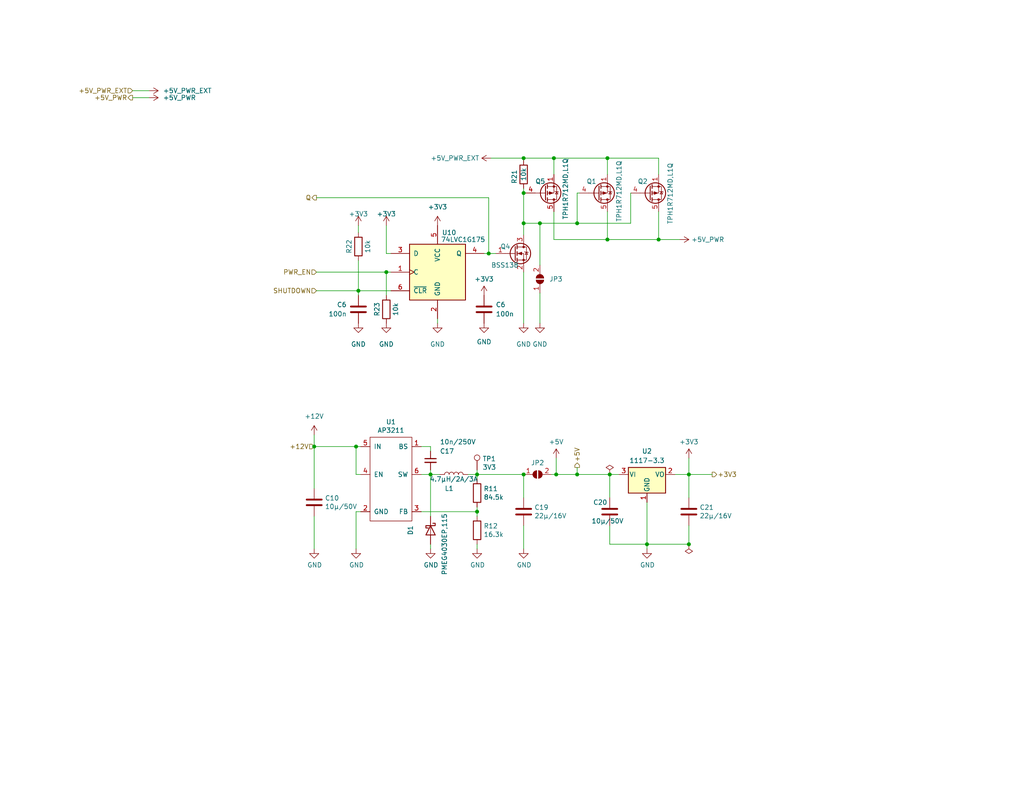
<source format=kicad_sch>
(kicad_sch (version 20231120) (generator "eeschema") (generator_version "8.0")
  (paper "A")
  (title_block (title "bitaxeHex") (date "2023-12-28") (rev "302"))
  (lib_symbols
    (symbol "74xGxx:74LVC1G175" (pin_names (offset 1.016))
      (property "Reference" "U" (at -5.08 10.16 0))
      (property "Value" "74LVC1G175" (at 10.16 -10.16 0))
      (symbol "74LVC1G175_0_1"
        (rectangle (start -7.62 7.62) (end 7.62 -7.62) (stroke (width 0.254)) (fill (type background)))
      )
      (symbol "74LVC1G175_1_1"
        (pin input clock (at -12.7 0 0) (length 5.08) (name "C") (number "1"))
        (pin power_in line (at 0 -12.7 90) (length 5.08) (name "GND") (number "2"))
        (pin input line (at -12.7 5.08 0) (length 5.08) (name "D") (number "3"))
        (pin output line (at 12.7 5.08 180) (length 5.08) (name "Q") (number "4"))
        (pin power_in line (at 0 12.7 270) (length 5.08) (name "VCC") (number "5"))
        (pin input line (at -12.7 -5.08 0) (length 5.08) (name "~{CLR}") (number "6"))
      )
    )
    (symbol "Connector:TestPoint" (pin_numbers hide) (pin_names (offset 0.762) hide)
      (property "Reference" "TP" (at 0 6.858 0))
      (property "Value" "TestPoint" (at 0 5.08 0))
      (symbol "TestPoint_0_1"
        (circle (center 0 3.302) (radius 0.762))
      )
      (symbol "TestPoint_1_1"
        (pin passive line (at 0 0 90) (length 2.54) (name "1") (number "1"))
      )
    )
    (symbol "Device:C" (pin_numbers hide) (pin_names (offset 0.254))
      (property "Reference" "C" (at 0.635 2.54 0))
      (property "Value" "C" (at 0.635 -2.54 0))
      (symbol "C_0_1"
        (polyline (pts (xy -2.032 -0.762) (xy 2.032 -0.762)) (stroke (width 0.508)))
        (polyline (pts (xy -2.032 0.762) (xy 2.032 0.762)) (stroke (width 0.508)))
      )
      (symbol "C_1_1"
        (pin passive line (at 0 3.81 270) (length 2.794) (name "~") (number "1"))
        (pin passive line (at 0 -3.81 90) (length 2.794) (name "~") (number "2"))
      )
    )
    (symbol "Device:C_Small" (pin_numbers hide) (pin_names (offset 0.254) hide)
      (property "Reference" "C" (at 0.254 1.778 0))
      (property "Value" "C_Small" (at 0.254 -2.032 0))
      (symbol "C_Small_0_1"
        (polyline (pts (xy -1.524 -0.508) (xy 1.524 -0.508)) (stroke (width 0.3302)))
        (polyline (pts (xy -1.524 0.508) (xy 1.524 0.508)) (stroke (width 0.3048)))
      )
      (symbol "C_Small_1_1"
        (pin passive line (at 0 2.54 270) (length 2.032) (name "~") (number "1"))
        (pin passive line (at 0 -2.54 90) (length 2.032) (name "~") (number "2"))
      )
    )
    (symbol "Device:D_Schottky" (pin_numbers hide) (pin_names (offset 1.016) hide)
      (property "Reference" "D" (at 0 2.54 0))
      (property "Value" "D_Schottky" (at 0 -2.54 0))
      (symbol "D_Schottky_0_1"
        (polyline (pts (xy 1.27 0) (xy -1.27 0)))
        (polyline (pts (xy 1.27 1.27) (xy 1.27 -1.27) (xy -1.27 0) (xy 1.27 1.27)) (stroke (width 0.254)))
        (polyline (pts (xy -1.905 0.635) (xy -1.905 1.27) (xy -1.27 1.27) (xy -1.27 -1.27) (xy -0.635 -1.27) (xy -0.635 -0.635)) (stroke (width 0.254)))
      )
      (symbol "D_Schottky_1_1"
        (pin passive line (at -3.81 0 0) (length 2.54) (name "K") (number "1"))
        (pin passive line (at 3.81 0 180) (length 2.54) (name "A") (number "2"))
      )
    )
    (symbol "Device:L" (pin_numbers hide) (pin_names (offset 1.016) hide)
      (property "Reference" "L" (at -1.27 0 90))
      (property "Value" "L" (at 1.905 0 90))
      (symbol "L_0_1"
        (arc (start 0 -2.54) (mid 0.6323 -1.905) (end 0 -1.27))
        (arc (start 0 -1.27) (mid 0.6323 -0.635) (end 0 0))
        (arc (start 0 0) (mid 0.6323 0.635) (end 0 1.27))
        (arc (start 0 1.27) (mid 0.6323 1.905) (end 0 2.54))
      )
      (symbol "L_1_1"
        (pin passive line (at 0 3.81 270) (length 1.27) (name "1") (number "1"))
        (pin passive line (at 0 -3.81 90) (length 1.27) (name "2") (number "2"))
      )
    )
    (symbol "Device:R" (pin_numbers hide) (pin_names (offset 0))
      (property "Reference" "R" (at 2.032 0 90))
      (property "Value" "R" (at 0 0 90))
      (symbol "R_0_1"
        (rectangle (start -1.016 -2.54) (end 1.016 2.54) (stroke (width 0.254)))
      )
      (symbol "R_1_1"
        (pin passive line (at 0 3.81 270) (length 1.27) (name "~") (number "1"))
        (pin passive line (at 0 -3.81 90) (length 1.27) (name "~") (number "2"))
      )
    )
    (symbol "Jumper:SolderJumper_2_Open" (pin_names (offset 0) hide)
      (property "Reference" "JP" (at 0 2.032 0))
      (property "Value" "SolderJumper_2_Open" (at 0 -2.54 0))
      (symbol "SolderJumper_2_Open_0_1"
        (arc (start -0.254 1.016) (mid -1.2656 0) (end -0.254 -1.016))
        (arc (start -0.254 1.016) (mid -1.2656 0) (end -0.254 -1.016) (fill (type outline)))
        (polyline (pts (xy -0.254 1.016) (xy -0.254 -1.016)))
        (polyline (pts (xy 0.254 1.016) (xy 0.254 -1.016)))
        (arc (start 0.254 -1.016) (mid 1.2656 0) (end 0.254 1.016))
        (arc (start 0.254 -1.016) (mid 1.2656 0) (end 0.254 1.016) (fill (type outline)))
      )
      (symbol "SolderJumper_2_Open_1_1"
        (pin passive line (at -3.81 0 0) (length 2.54) (name "A") (number "1"))
        (pin passive line (at 3.81 0 180) (length 2.54) (name "B") (number "2"))
      )
    )
    (symbol "Regulator_Linear:AZ1117-3.3" (pin_names (offset 0.254))
      (property "Reference" "U" (at -3.81 3.175 0))
      (property "Value" "AZ1117-3.3" (at 0 3.175 0))
      (symbol "AZ1117-3.3_0_1"
        (rectangle (start -5.08 1.905) (end 5.08 -5.08) (stroke (width 0.254)) (fill (type background)))
      )
      (symbol "AZ1117-3.3_1_1"
        (pin power_in line (at 0 -7.62 90) (length 2.54) (name "GND") (number "1"))
        (pin power_out line (at 7.62 0 180) (length 2.54) (name "VO") (number "2"))
        (pin power_in line (at -7.62 0 0) (length 2.54) (name "VI") (number "3"))
      )
    )
    (symbol "Transistor_FET:AON6411" (pin_names hide)
      (property "Reference" "Q" (at 5.08 1.905 0))
      (property "Value" "AON6411" (at 5.08 0 0))
      (symbol "AON6411_0_1"
        (polyline (pts (xy 0.254 0) (xy -2.54 0)))
        (polyline (pts (xy 0.254 1.905) (xy 0.254 -1.905)) (stroke (width 0.254)))
        (polyline (pts (xy 0.762 -1.27) (xy 0.762 -2.286)) (stroke (width 0.254)))
        (polyline (pts (xy 0.762 0.508) (xy 0.762 -0.508)) (stroke (width 0.254)))
        (polyline (pts (xy 0.762 2.286) (xy 0.762 1.27)) (stroke (width 0.254)))
        (polyline (pts (xy 2.54 2.54) (xy 2.54 1.778)))
        (polyline (pts (xy 2.54 -2.54) (xy 2.54 0) (xy 0.762 0)))
        (polyline (pts (xy 0.762 1.778) (xy 3.302 1.778) (xy 3.302 -1.778) (xy 0.762 -1.778)))
        (polyline (pts (xy 2.286 0) (xy 1.27 0.381) (xy 1.27 -0.381) (xy 2.286 0)) (fill (type outline)))
        (polyline (pts (xy 2.794 -0.508) (xy 2.921 -0.381) (xy 3.683 -0.381) (xy 3.81 -0.254)))
        (polyline (pts (xy 3.302 -0.381) (xy 2.921 0.254) (xy 3.683 0.254) (xy 3.302 -0.381)))
        (circle (center 1.651 0) (radius 2.794) (stroke (width 0.254)))
        (circle (center 2.54 -1.778) (radius 0.254) (fill (type outline)))
        (circle (center 2.54 1.778) (radius 0.254) (fill (type outline)))
      )
      (symbol "AON6411_1_1"
        (pin passive line (at 2.54 -5.08 90) (length 2.54) (name "S") (number "1"))
        (pin passive line (at 2.54 -5.08 90) (length 2.54) hide (name "S") (number "2"))
        (pin passive line (at 2.54 -5.08 90) (length 2.54) hide (name "S") (number "3"))
        (pin input line (at -5.08 0 0) (length 2.54) (name "G") (number "4"))
        (pin passive line (at 2.54 5.08 270) (length 2.54) (name "D") (number "5"))
      )
    )
    (symbol "Transistor_FET:BSS138" (pin_names hide)
      (property "Reference" "Q" (at 5.08 1.905 0))
      (property "Value" "BSS138" (at 5.08 0 0))
      (symbol "BSS138_0_1"
        (polyline (pts (xy 0.254 0) (xy -2.54 0)))
        (polyline (pts (xy 0.254 1.905) (xy 0.254 -1.905)) (stroke (width 0.254)))
        (polyline (pts (xy 0.762 -1.27) (xy 0.762 -2.286)) (stroke (width 0.254)))
        (polyline (pts (xy 0.762 0.508) (xy 0.762 -0.508)) (stroke (width 0.254)))
        (polyline (pts (xy 0.762 2.286) (xy 0.762 1.27)) (stroke (width 0.254)))
        (polyline (pts (xy 2.54 2.54) (xy 2.54 1.778)))
        (polyline (pts (xy 2.54 -2.54) (xy 2.54 0) (xy 0.762 0)))
        (polyline (pts (xy 0.762 -1.778) (xy 3.302 -1.778) (xy 3.302 1.778) (xy 0.762 1.778)))
        (polyline (pts (xy 1.016 0) (xy 2.032 0.381) (xy 2.032 -0.381) (xy 1.016 0)) (fill (type outline)))
        (polyline (pts (xy 2.794 0.508) (xy 2.921 0.381) (xy 3.683 0.381) (xy 3.81 0.254)))
        (polyline (pts (xy 3.302 0.381) (xy 2.921 -0.254) (xy 3.683 -0.254) (xy 3.302 0.381)))
        (circle (center 1.651 0) (radius 2.794) (stroke (width 0.254)))
        (circle (center 2.54 -1.778) (radius 0.254) (fill (type outline)))
        (circle (center 2.54 1.778) (radius 0.254) (fill (type outline)))
      )
      (symbol "BSS138_1_1"
        (pin input line (at -5.08 0 0) (length 2.54) (name "G") (number "1"))
        (pin passive line (at 2.54 -5.08 90) (length 2.54) (name "S") (number "2"))
        (pin passive line (at 2.54 5.08 270) (length 2.54) (name "D") (number "3"))
      )
    )
    (symbol "mylib7:+5V_PWR" (power) (pin_names (offset 0))
      (property "Value" "+5V_PWR" (at 0 4.445 0))
      (symbol "+5V_PWR_0_1"
        (polyline (pts (xy -0.762 1.27) (xy 0 2.54)))
        (polyline (pts (xy 0 0) (xy 0 2.54)))
        (polyline (pts (xy 0 2.54) (xy 0.762 1.27)))
      )
      (symbol "+5V_PWR_1_1"
        (pin power_in line (at 0 0 90) (length 0) hide (name "+5V_PWR") (number "1"))
      )
    )
    (symbol "mylib7:+5V_PWR_EXT" (power) (pin_names (offset 0))
      (property "Value" "+5V_PWR_EXT" (at 0 4.445 0))
      (symbol "+5V_PWR_EXT_0_1"
        (polyline (pts (xy -0.762 1.27) (xy 0 2.54)))
        (polyline (pts (xy 0 0) (xy 0 2.54)))
        (polyline (pts (xy 0 2.54) (xy 0.762 1.27)))
      )
      (symbol "+5V_PWR_EXT_1_1"
        (pin power_in line (at 0 0 90) (length 0) hide (name "+5V_PWR_EXT") (number "1"))
      )
    )
    (symbol "pferdibank-rescue:AP3211-mylib" (pin_names (offset 1.016))
      (property "Reference" "U" (at -5.08 11.43 0))
      (property "Value" "mylib_AP3211" (at 0 -15.24 0))
      (symbol "AP3211-mylib_0_1"
        (rectangle (start -6.35 10.16) (end 5.08 -12.7))
      )
      (symbol "AP3211-mylib_1_1"
        (pin passive line (at 7.62 7.62 180) (length 2.54) (name "BS") (number "1"))
        (pin power_in line (at -8.89 -10.16 0) (length 2.54) (name "GND") (number "2"))
        (pin input line (at 7.62 -10.16 180) (length 2.54) (name "FB") (number "3"))
        (pin input line (at -8.89 0 0) (length 2.54) (name "EN") (number "4"))
        (pin input line (at -8.89 7.62 0) (length 2.54) (name "IN") (number "5"))
        (pin power_out line (at 7.62 0 180) (length 2.54) (name "SW") (number "6"))
      )
    )
    (symbol "power:+12V" (power) (pin_names (offset 0))
      (property "Value" "+12V" (at 0 3.556 0))
      (symbol "+12V_0_1"
        (polyline (pts (xy -0.762 1.27) (xy 0 2.54)))
        (polyline (pts (xy 0 0) (xy 0 2.54)))
        (polyline (pts (xy 0 2.54) (xy 0.762 1.27)))
      )
      (symbol "+12V_1_1"
        (pin power_in line (at 0 0 90) (length 0) hide (name "+12V") (number "1"))
      )
    )
    (symbol "power:+3V3" (power) (pin_names (offset 0))
      (property "Value" "+3V3" (at 0 3.556 0))
      (symbol "+3V3_0_1"
        (polyline (pts (xy -0.762 1.27) (xy 0 2.54)))
        (polyline (pts (xy 0 0) (xy 0 2.54)))
        (polyline (pts (xy 0 2.54) (xy 0.762 1.27)))
      )
      (symbol "+3V3_1_1"
        (pin power_in line (at 0 0 90) (length 0) hide (name "+3V3") (number "1"))
      )
    )
    (symbol "power:+5V" (power) (pin_names (offset 0))
      (property "Value" "+5V" (at 0 3.556 0))
      (symbol "+5V_0_1"
        (polyline (pts (xy -0.762 1.27) (xy 0 2.54)))
        (polyline (pts (xy 0 0) (xy 0 2.54)))
        (polyline (pts (xy 0 2.54) (xy 0.762 1.27)))
      )
      (symbol "+5V_1_1"
        (pin power_in line (at 0 0 90) (length 0) hide (name "+5V") (number "1"))
      )
    )
    (symbol "power:GND" (power) (pin_names (offset 0))
      (property "Value" "GND" (at 0 -3.81 0))
      (symbol "GND_0_1"
        (polyline (pts (xy 0 0) (xy 0 -1.27) (xy 1.27 -1.27) (xy 0 -2.54) (xy -1.27 -1.27) (xy 0 -1.27)))
      )
      (symbol "GND_1_1"
        (pin power_in line (at 0 0 270) (length 0) hide (name "GND") (number "1"))
      )
    )
    (symbol "power:PWR_FLAG" (power) (pin_numbers hide) (pin_names (offset 0) hide)
      (property "Value" "PWR_FLAG" (at 0 3.81 0))
      (symbol "PWR_FLAG_0_0"
        (pin power_out line (at 0 0 90) (length 0) (name "pwr") (number "1"))
      )
      (symbol "PWR_FLAG_0_1"
        (polyline (pts (xy 0 0) (xy 0 1.27) (xy -1.016 1.905) (xy 0 2.54) (xy 1.016 1.905) (xy 0 1.27)))
      )
    )
  )
  (junction (at 166.37 129.54))
  (junction (at 97.155 121.92))
  (junction (at 187.96 129.54))
  (junction (at 133.35 69.215))
  (junction (at 117.475 129.54))
  (junction (at 130.175 139.7))
  (junction (at 165.735 43.18))
  (junction (at 157.48 129.54))
  (junction (at 142.875 52.705))
  (junction (at 179.705 65.405))
  (junction (at 85.725 121.92))
  (junction (at 105.41 74.295))
  (junction (at 165.735 65.405))
  (junction (at 130.175 129.54))
  (junction (at 142.875 43.18))
  (junction (at 147.32 60.96))
  (junction (at 97.79 79.375))
  (junction (at 142.875 60.96))
  (junction (at 151.765 129.54))
  (junction (at 157.48 60.96))
  (junction (at 176.53 148.59))
  (junction (at 151.13 43.18))
  (junction (at 142.875 129.54))
  (junction (at 187.96 148.59))
  (wire (pts (xy 86.36 53.975) (xy 133.35 53.975)))
  (wire (pts (xy 130.175 129.54) (xy 127.635 129.54)))
  (wire (pts (xy 165.735 57.785) (xy 165.735 65.405)))
  (wire (pts (xy 130.175 139.7) (xy 130.175 138.43)))
  (wire (pts (xy 187.96 129.54) (xy 187.96 135.89)))
  (wire (pts (xy 97.79 79.375) (xy 106.68 79.375)))
  (wire (pts (xy 85.725 133.35) (xy 85.725 121.92)))
  (wire (pts (xy 176.53 148.59) (xy 176.53 149.86)))
  (wire (pts (xy 172.085 52.705) (xy 172.085 60.96)))
  (wire (pts (xy 142.875 74.295) (xy 142.875 88.265)))
  (wire (pts (xy 142.875 51.435) (xy 142.875 52.705)))
  (wire (pts (xy 157.48 52.705) (xy 157.48 60.96)))
  (wire (pts (xy 187.96 125.095) (xy 187.96 129.54)))
  (wire (pts (xy 142.875 43.18) (xy 142.875 43.815)))
  (wire (pts (xy 166.37 148.59) (xy 176.53 148.59)))
  (wire (pts (xy 179.705 43.18) (xy 165.735 43.18)))
  (wire (pts (xy 142.875 60.96) (xy 147.32 60.96)))
  (wire (pts (xy 97.155 121.92) (xy 98.425 121.92)))
  (wire (pts (xy 147.32 60.96) (xy 147.32 72.39)))
  (wire (pts (xy 147.32 80.01) (xy 147.32 88.265)))
  (wire (pts (xy 151.765 129.54) (xy 150.495 129.54)))
  (wire (pts (xy 117.475 129.54) (xy 120.015 129.54)))
  (wire (pts (xy 151.13 43.18) (xy 151.13 47.625)))
  (wire (pts (xy 130.175 140.97) (xy 130.175 139.7)))
  (wire (pts (xy 85.725 118.745) (xy 85.725 121.92)))
  (wire (pts (xy 97.79 71.12) (xy 97.79 79.375)))
  (wire (pts (xy 158.115 52.705) (xy 157.48 52.705)))
  (wire (pts (xy 184.15 129.54) (xy 187.96 129.54)))
  (wire (pts (xy 157.48 127.635) (xy 157.48 129.54)))
  (wire (pts (xy 187.96 148.59) (xy 187.96 143.51)))
  (wire (pts (xy 151.13 65.405) (xy 165.735 65.405)))
  (wire (pts (xy 97.79 79.375) (xy 97.79 80.645)))
  (wire (pts (xy 147.32 60.96) (xy 157.48 60.96)))
  (wire (pts (xy 130.175 149.86) (xy 130.175 148.59)))
  (wire (pts (xy 86.36 79.375) (xy 97.79 79.375)))
  (wire (pts (xy 166.37 135.89) (xy 166.37 129.54)))
  (wire (pts (xy 97.79 61.595) (xy 97.79 63.5)))
  (wire (pts (xy 157.48 60.96) (xy 172.085 60.96)))
  (wire (pts (xy 130.175 128.27) (xy 130.175 129.54)))
  (wire (pts (xy 85.725 149.86) (xy 85.725 140.97)))
  (wire (pts (xy 142.875 60.96) (xy 142.875 64.135)))
  (wire (pts (xy 97.155 129.54) (xy 98.425 129.54)))
  (wire (pts (xy 142.875 135.89) (xy 142.875 129.54)))
  (wire (pts (xy 151.765 125.095) (xy 151.765 129.54)))
  (wire (pts (xy 117.475 129.54) (xy 117.475 128.27)))
  (wire (pts (xy 97.155 139.7) (xy 98.425 139.7)))
  (wire (pts (xy 86.36 74.295) (xy 105.41 74.295)))
  (wire (pts (xy 133.35 53.975) (xy 133.35 69.215)))
  (wire (pts (xy 165.735 65.405) (xy 179.705 65.405)))
  (wire (pts (xy 179.705 57.785) (xy 179.705 65.405)))
  (wire (pts (xy 165.735 43.18) (xy 151.13 43.18)))
  (wire (pts (xy 97.155 149.86) (xy 97.155 139.7)))
  (wire (pts (xy 85.725 121.92) (xy 97.155 121.92)))
  (wire (pts (xy 142.875 43.18) (xy 133.985 43.18)))
  (wire (pts (xy 143.51 52.705) (xy 142.875 52.705)))
  (wire (pts (xy 114.935 139.7) (xy 130.175 139.7)))
  (wire (pts (xy 114.935 129.54) (xy 117.475 129.54)))
  (wire (pts (xy 130.175 130.81) (xy 130.175 129.54)))
  (wire (pts (xy 166.37 129.54) (xy 168.91 129.54)))
  (wire (pts (xy 117.475 149.86) (xy 117.475 148.59)))
  (wire (pts (xy 176.53 148.59) (xy 187.96 148.59)))
  (wire (pts (xy 117.475 121.92) (xy 117.475 123.19)))
  (wire (pts (xy 151.13 57.785) (xy 151.13 65.405)))
  (wire (pts (xy 179.705 65.405) (xy 185.42 65.405)))
  (wire (pts (xy 187.96 129.54) (xy 194.31 129.54)))
  (wire (pts (xy 166.37 148.59) (xy 166.37 143.51)))
  (wire (pts (xy 114.935 121.92) (xy 117.475 121.92)))
  (wire (pts (xy 157.48 129.54) (xy 166.37 129.54)))
  (wire (pts (xy 133.35 69.215) (xy 135.255 69.215)))
  (wire (pts (xy 97.155 121.92) (xy 97.155 129.54)))
  (wire (pts (xy 36.195 24.765) (xy 40.64 24.765)))
  (wire (pts (xy 142.875 129.54) (xy 130.175 129.54)))
  (wire (pts (xy 105.41 74.295) (xy 105.41 80.645)))
  (wire (pts (xy 119.38 88.265) (xy 119.38 86.995)))
  (wire (pts (xy 105.41 74.295) (xy 106.68 74.295)))
  (wire (pts (xy 151.765 129.54) (xy 157.48 129.54)))
  (wire (pts (xy 105.41 61.595) (xy 105.41 69.215)))
  (wire (pts (xy 36.195 26.67) (xy 40.64 26.67)))
  (wire (pts (xy 179.705 43.18) (xy 179.705 47.625)))
  (wire (pts (xy 176.53 137.16) (xy 176.53 148.59)))
  (wire (pts (xy 142.875 52.705) (xy 142.875 60.96)))
  (wire (pts (xy 105.41 69.215) (xy 106.68 69.215)))
  (wire (pts (xy 165.735 43.18) (xy 165.735 47.625)))
  (wire (pts (xy 132.08 69.215) (xy 133.35 69.215)))
  (wire (pts (xy 142.875 149.86) (xy 142.875 143.51)))
  (wire (pts (xy 151.13 43.18) (xy 142.875 43.18)))
  (wire (pts (xy 117.475 140.97) (xy 117.475 129.54)))
  (hierarchical_label "+5V" (shape output) (at 157.48 127.635 90))
  (hierarchical_label "Q" (shape output) (at 86.36 53.975 180))
  (hierarchical_label "+5V_PWR_EXT" (shape input) (at 36.195 24.765 180))
  (hierarchical_label "+12V" (shape input) (at 85.725 121.92 180))
  (hierarchical_label "+5V_PWR" (shape output) (at 36.195 26.67 180))
  (hierarchical_label "PWR_EN" (shape input) (at 86.36 74.295 180))
  (hierarchical_label "SHUTDOWN" (shape input) (at 86.36 79.375 180))
  (hierarchical_label "+3V3" (shape output) (at 194.31 129.54 0))
  (symbol (lib_id "power:GND") (at 119.38 88.265 0) (unit 1)
    (property "Reference" "#PWR048" (effects (hide yes)))
    (property "Value" "GND" (at 119.38 93.98 0))
    (instances (project "flex4axe" (path "" (reference "#PWR048") (unit 1)) (path "" (reference "#PWR024") (unit 1))))
  )
  (symbol (lib_id "power:GND") (at 142.875 149.86 0) (unit 1)
    (property "Reference" "#PWR032" (effects (hide yes)))
    (property "Value" "GND" (at 143.002 154.2542 0))
  )
  (symbol (lib_id "power:GND") (at 142.875 88.265 0) (unit 1)
    (property "Reference" "#PWR052" (effects (hide yes)))
    (property "Value" "GND" (at 142.875 93.98 0))
    (instances (project "flex4axe" (path "" (reference "#PWR052") (unit 1)) (path "" (reference "#PWR049") (unit 1))))
  )
  (symbol (lib_id "Device:D_Schottky") (at 117.475 144.78 270) (unit 1)
    (property "Reference" "D1" (at 111.9886 144.78 0))
    (property "Value" "PMEG4030EP,115" (at 121.285 148.59 0))
    (property "Footprint" "Diode_SMD:D_SOD-128" (effects (hide yes)))
    (property "Distributor" "D" (effects (hide yes)))
    (property "Manufacturer" "PMEG4030EP,115" (effects (hide yes)))
    (property "OrderNr" "1727-5841-1-ND" (effects (hide yes)))
  )
  (symbol (lib_id "power:GND") (at 176.53 149.86 0) (unit 1)
    (property "Reference" "#PWR034" (effects (hide yes)))
    (property "Value" "GND" (at 176.657 154.2542 0))
  )
  (symbol (lib_id "Device:C") (at 97.79 84.455 0) (mirror y) (unit 1)
    (property "Reference" "C6" (at 94.615 83.185 0) (effects (justify left)))
    (property "Value" "100n" (at 94.615 85.725 0) (effects (justify left)))
    (property "Footprint" "Capacitor_SMD:C_0805_2012Metric" (effects (hide yes)))
    (instances (project "flex4axe" (path "" (reference "C6") (unit 1)) (path "" (reference "C23") (unit 1))))
  )
  (symbol (lib_id "power:+3V3") (at 187.96 125.095 0) (unit 1)
    (property "Reference" "#PWR035" (effects (hide yes)))
    (property "Value" "+3V3" (at 187.96 120.65 0))
  )
  (symbol (lib_id "Device:C") (at 132.08 84.455 0) (unit 1)
    (property "Reference" "C6" (at 135.255 83.185 0) (effects (justify left)))
    (property "Value" "100n" (at 135.255 85.725 0) (effects (justify left)))
    (property "Footprint" "Capacitor_SMD:C_0805_2012Metric" (effects (hide yes)))
  )
  (symbol (lib_id "power:GND") (at 105.41 88.265 0) (unit 1)
    (property "Reference" "#PWR053" (effects (hide yes)))
    (property "Value" "GND" (at 105.41 93.98 0))
    (instances (project "flex4axe" (path "" (reference "#PWR053") (unit 1)) (path "" (reference "#PWR020") (unit 1))))
  )
  (symbol (lib_id "Device:R") (at 142.875 47.625 180) (unit 1)
    (property "Reference" "R21" (at 140.335 48.26 90))
    (property "Value" "10k" (at 142.875 47.625 90))
    (property "Footprint" "Resistor_SMD:R_0805_2012Metric" (effects (hide yes)))
  )
  (symbol (lib_id "Transistor_FET:AON6411") (at 177.165 52.705 0) (mirror x) (unit 1)
    (property "Reference" "Q2" (at 173.99 49.53 0) (effects (justify left)))
    (property "Value" "TPH1R712MD,L1Q" (at 182.88 44.45 90) (effects (justify left)))
    (property "Footprint" "Package_TO_SOT_SMD:LFPAK56" (effects (hide yes)))
    (property "Datasheet" "http://www.aosmd.com/res/data_sheets/AON6411.pdf" (effects (hide yes)))
    (property "Distributor" "D" (effects (hide yes)))
    (property "Manufacturer" "TPH1R712MD,L1Q" (effects (hide yes)))
    (property "OrderNr" "TPH1R712MDL1QCT-ND" (effects (hide yes)))
  )
  (symbol (lib_id "power:+3V3") (at 105.41 61.595 0) (unit 1)
    (property "Reference" "#PWR050" (effects (hide yes)))
    (property "Value" "+3V3" (at 105.41 58.42 0))
    (instances (project "flex4axe" (path "" (reference "#PWR050") (unit 1)) (path "" (reference "#PWR021") (unit 1))))
  )
  (symbol (lib_id "Device:R") (at 97.79 67.31 180) (unit 1)
    (property "Reference" "R22" (at 95.25 67.31 90))
    (property "Value" "10k" (at 100.33 67.31 90))
    (property "Footprint" "Resistor_SMD:R_0805_2012Metric" (effects (hide yes)))
  )
  (symbol (lib_id "Device:C_Small") (at 117.475 125.73 0) (unit 1)
    (property "Reference" "C17" (at 120.015 123.19 0) (effects (justify left)))
    (property "Value" "10n/250V" (at 120.015 120.65 0) (effects (justify left)))
    (property "Footprint" "Capacitor_SMD:C_0805_2012Metric" (effects (hide yes)))
  )
  (symbol (lib_id "power:GND") (at 117.475 149.86 0) (unit 1)
    (property "Reference" "#PWR030" (effects (hide yes)))
    (property "Value" "GND" (at 117.602 154.2542 0))
  )
  (symbol (lib_id "power:GND") (at 130.175 149.86 0) (unit 1)
    (property "Reference" "#PWR031" (effects (hide yes)))
    (property "Value" "GND" (at 130.302 154.2542 0))
  )
  (symbol (lib_id "pferdibank-rescue:AP3211-mylib") (at 107.315 129.54 0) (unit 1)
    (property "Reference" "U1" (at 106.68 115.189 0))
    (property "Value" "AP3211" (at 106.68 117.5004 0))
    (property "Footprint" "Package_TO_SOT_SMD:SOT-23-6" (effects (hide yes)))
    (property "Distributor" "D" (effects (hide yes)))
    (property "Manufacturer" "AP3211KTR-G1" (effects (hide yes)))
    (property "OrderNr" "AP3211KTR-G1DICT-ND" (effects (hide yes)))
  )
  (symbol (lib_id "74xGxx:74LVC1G175") (at 119.38 74.295 0) (unit 1)
    (property "Reference" "U10" (at 122.555 63.5 0))
    (property "Value" "74LVC1G175" (at 126.365 65.405 0))
    (property "Footprint" "Package_TO_SOT_SMD:SOT-23-6" (effects (hide yes)))
    (property "Datasheet" "http://www.ti.com/lit/sg/scyt129e/scyt129e.pdf" (effects (hide yes)))
    (property "Distributor" "D" (effects (hide yes)))
    (property "Manufacturer" "SN74LVC1G175DBVR" (effects (hide yes)))
    (property "OrderNr" "296-17617-1-ND" (effects (hide yes)))
  )
  (symbol (lib_id "Connector:TestPoint") (at 130.175 128.27 0) (unit 1)
    (property "Reference" "TP1" (at 131.6482 125.2728 0) (effects (justify left)))
    (property "Value" "3V3" (at 131.6482 127.5842 0) (effects (justify left)))
    (property "Footprint" "TestPoint:TestPoint_Pad_2.0x2.0mm" (effects (hide yes)))
    (property "Distributor" "-" (effects (hide yes)))
  )
  (symbol (lib_id "Transistor_FET:AON6411") (at 163.195 52.705 0) (mirror x) (unit 1)
    (property "Reference" "Q1" (at 160.02 49.53 0) (effects (justify left)))
    (property "Value" "TPH1R712MD,L1Q" (at 168.91 43.815 90) (effects (justify left)))
    (property "Footprint" "Package_TO_SOT_SMD:LFPAK56" (effects (hide yes)))
    (property "Datasheet" "http://www.aosmd.com/res/data_sheets/AON6411.pdf" (effects (hide yes)))
    (property "Distributor" "D" (effects (hide yes)))
    (property "Manufacturer" "TPH1R712MD,L1Q" (effects (hide yes)))
    (property "OrderNr" "TPH1R712MDL1QCT-ND" (effects (hide yes)))
  )
  (symbol (lib_id "Jumper:SolderJumper_2_Open") (at 147.32 76.2 90) (unit 1)
    (property "Reference" "JP3" (at 149.86 76.2 90) (effects (justify right)))
    (property "Value" "SolderJumper_2_Open" (effects (hide yes)))
    (property "Footprint" "Jumper:SolderJumper-2_P1.3mm_Open_RoundedPad1.0x1.5mm" (effects (hide yes)))
    (property "Distributor" "-" (effects (hide yes)))
  )
  (symbol (lib_id "Device:C") (at 187.96 139.7 0) (unit 1)
    (property "Reference" "C21" (at 190.881 138.5316 0) (effects (justify left)))
    (property "Value" "22µ/16V" (at 190.881 140.843 0) (effects (justify left)))
    (property "Footprint" "Capacitor_SMD:C_1206_3216Metric" (effects (hide yes)))
  )
  (symbol (lib_id "Device:L") (at 123.825 129.54 90) (unit 1)
    (property "Reference" "L1" (at 122.555 133.35 90))
    (property "Value" "4.7µH/2A/3A" (at 123.825 130.81 90))
    (property "Footprint" "Inductor_SMD:L_Taiyo-Yuden_NR-50xx" (effects (hide yes)))
    (property "Distributor" "D" (effects (hide yes)))
    (property "Manufacturer" "LQH5BPN4R7NT0L" (effects (hide yes)))
    (property "OrderNr" "490-7779-1-ND" (effects (hide yes)))
  )
  (symbol (lib_id "Device:C") (at 166.37 139.7 0) (mirror y) (unit 1)
    (property "Reference" "C20" (at 165.735 137.16 0) (effects (justify left)))
    (property "Value" "10µ/50V" (at 170.18 142.24 0) (effects (justify left)))
    (property "Footprint" "Capacitor_SMD:C_1206_3216Metric" (effects (hide yes)))
  )
  (symbol (lib_id "Device:C") (at 142.875 139.7 0) (unit 1)
    (property "Reference" "C19" (at 145.796 138.5316 0) (effects (justify left)))
    (property "Value" "22µ/16V" (at 145.796 140.843 0) (effects (justify left)))
    (property "Footprint" "Capacitor_SMD:C_1206_3216Metric" (effects (hide yes)))
  )
  (symbol (lib_id "Regulator_Linear:AZ1117-3.3") (at 176.53 129.54 0) (unit 1)
    (property "Reference" "U2" (at 176.53 123.19 0))
    (property "Value" "1117-3.3" (at 176.53 125.73 0))
    (property "Footprint" "Package_TO_SOT_SMD:SOT-223-3_TabPin2" (effects (hide yes)))
    (property "Datasheet" "https://www.diodes.com/assets/Datasheets/AZ1117.pdf" (effects (hide yes)))
    (property "Distributor" "D" (effects (hide yes)))
    (property "Manufacturer" "LM1117IMPX-3.3/NOPB" (effects (hide yes)))
    (property "OrderNr" "LM1117IMPX-3.3/NOPBCT-ND" (effects (hide yes)))
  )
  (symbol (lib_id "power:GND") (at 147.32 88.265 0) (unit 1)
    (property "Reference" "#PWR052" (effects (hide yes)))
    (property "Value" "GND" (at 147.32 93.98 0))
    (instances (project "flex4axe" (path "" (reference "#PWR052") (unit 1)) (path "" (reference "#PWR0139") (unit 1))))
  )
  (symbol (lib_id "Device:C") (at 85.725 137.16 0) (unit 1)
    (property "Reference" "C10" (at 88.646 135.9916 0) (effects (justify left)))
    (property "Value" "10µ/50V" (at 88.646 138.303 0) (effects (justify left)))
    (property "Footprint" "Capacitor_SMD:C_1206_3216Metric" (effects (hide yes)))
  )
  (symbol (lib_id "power:+3V3") (at 97.79 61.595 0) (unit 1)
    (property "Reference" "#PWR051" (effects (hide yes)))
    (property "Value" "+3V3" (at 97.79 58.42 0))
    (instances (project "flex4axe" (path "" (reference "#PWR051") (unit 1)) (path "" (reference "#PWR03") (unit 1))))
  )
  (symbol (lib_id "mylib7:+5V_PWR_EXT") (at 133.985 43.18 90) (unit 1)
    (property "Reference" "#PWR054" (effects (hide yes)))
    (property "Value" "+5V_PWR_EXT" (at 130.81 43.18 90) (effects (justify left)))
    (instances (project "flex4axe" (path "" (reference "#PWR054") (unit 1)) (path "" (reference "#PWR048") (unit 1))))
  )
  (symbol (lib_id "Transistor_FET:BSS138") (at 140.335 69.215 0) (unit 1)
    (property "Reference" "Q4" (at 136.525 67.31 0) (effects (justify left)))
    (property "Value" "BSS138" (at 133.985 72.39 0) (effects (justify left)))
    (property "Footprint" "Package_TO_SOT_SMD:SOT-23" (effects (hide yes)))
    (property "Datasheet" "https://www.onsemi.com/pub/Collateral/BSS138-D.PDF" (effects (hide yes)))
  )
  (symbol (lib_id "power:GND") (at 97.155 149.86 0) (unit 1)
    (property "Reference" "#PWR029" (effects (hide yes)))
    (property "Value" "GND" (at 97.282 154.2542 0))
  )
  (symbol (lib_id "Transistor_FET:AON6411") (at 148.59 52.705 0) (mirror x) (unit 1)
    (property "Reference" "Q5" (at 146.05 49.53 0) (effects (justify left)))
    (property "Value" "TPH1R712MD,L1Q" (at 154.305 43.18 90) (effects (justify left)))
    (property "Footprint" "Package_TO_SOT_SMD:LFPAK56" (effects (hide yes)))
    (property "Datasheet" "http://www.aosmd.com/res/data_sheets/AON6411.pdf" (effects (hide yes)))
    (property "Distributor" "D" (effects (hide yes)))
    (property "Manufacturer" "TPH1R712MD,L1Q" (effects (hide yes)))
    (property "OrderNr" "TPH1R712MDL1QCT-ND" (effects (hide yes)))
  )
  (symbol (lib_id "power:+3V3") (at 132.08 80.645 0) (unit 1)
    (property "Reference" "#PWR059" (effects (hide yes)))
    (property "Value" "+3V3" (at 132.08 76.2 0))
    (instances (project "flex4axe" (path "" (reference "#PWR059") (unit 1)) (path "" (reference "#PWR025") (unit 1))))
  )
  (symbol (lib_id "Device:R") (at 105.41 84.455 180) (unit 1)
    (property "Reference" "R23" (at 102.87 84.455 90))
    (property "Value" "10k" (at 107.95 84.455 90))
    (property "Footprint" "Resistor_SMD:R_0805_2012Metric" (effects (hide yes)))
  )
  (symbol (lib_id "power:GND") (at 97.79 88.265 0) (unit 1)
    (property "Reference" "#PWR053" (effects (hide yes)))
    (property "Value" "GND" (at 97.79 93.98 0))
    (instances (project "flex4axe" (path "" (reference "#PWR053") (unit 1)) (path "" (reference "#PWR0116") (unit 1))))
  )
  (symbol (lib_id "Jumper:SolderJumper_2_Open") (at 146.685 129.54 0) (unit 1)
    (property "Reference" "JP2" (at 146.685 126.365 0))
    (property "Value" "SolderJumper_2_Open" (effects (hide yes)))
    (property "Footprint" "Jumper:SolderJumper-2_P1.3mm_Open_RoundedPad1.0x1.5mm" (effects (hide yes)))
    (property "Distributor" "-" (effects (hide yes)))
  )
  (symbol (lib_id "power:GND") (at 132.08 88.265 0) (unit 1)
    (property "Reference" "#PWR060" (effects (hide yes)))
    (property "Value" "GND" (at 132.08 93.345 0))
    (instances (project "flex4axe" (path "" (reference "#PWR060") (unit 1)) (path "" (reference "#PWR047") (unit 1))))
  )
  (symbol (lib_id "power:GND") (at 85.725 149.86 0) (unit 1)
    (property "Reference" "#PWR028" (effects (hide yes)))
    (property "Value" "GND" (at 85.852 154.2542 0))
  )
  (symbol (lib_id "power:PWR_FLAG") (at 166.37 129.54 0) (unit 1)
    (property "Reference" "#FLG01" (effects (hide yes)))
    (property "Value" "PWR_FLAG" (effects (hide yes)))
  )
  (symbol (lib_id "Device:R") (at 130.175 134.62 0) (unit 1)
    (property "Reference" "R11" (at 131.953 133.4516 0) (effects (justify left)))
    (property "Value" "84.5k" (at 131.953 135.763 0) (effects (justify left)))
    (property "Footprint" "Resistor_SMD:R_0805_2012Metric" (effects (hide yes)))
  )
  (symbol (lib_id "power:+12V") (at 85.725 118.745 0) (unit 1)
    (property "Reference" "#PWR015" (effects (hide yes)))
    (property "Value" "+12V" (at 85.725 113.665 0))
  )
  (symbol (lib_id "Device:R") (at 130.175 144.78 0) (unit 1)
    (property "Reference" "R12" (at 131.953 143.6116 0) (effects (justify left)))
    (property "Value" "16.3k" (at 131.953 145.923 0) (effects (justify left)))
    (property "Footprint" "Resistor_SMD:R_0805_2012Metric" (effects (hide yes)))
  )
  (symbol (lib_id "mylib7:+5V_PWR") (at 185.42 65.405 270) (unit 1)
    (property "Reference" "#PWR021" (effects (hide yes)))
    (property "Value" "+5V_PWR" (at 188.595 65.405 90) (effects (justify left)))
    (instances (project "flex4axe" (path "" (reference "#PWR021") (unit 1)) (path "" (reference "#PWR051") (unit 1))))
  )
  (symbol (lib_id "power:+3V3") (at 119.38 61.595 0) (unit 1)
    (property "Reference" "#PWR049" (effects (hide yes)))
    (property "Value" "+3V3" (at 119.38 56.515 0))
    (instances (project "flex4axe" (path "" (reference "#PWR049") (unit 1)) (path "" (reference "#PWR023") (unit 1))))
  )
  (symbol (lib_id "power:+5V") (at 151.765 125.095 0) (unit 1)
    (property "Reference" "#PWR033" (effects (hide yes)))
    (property "Value" "+5V" (at 151.765 120.65 0))
  )
  (symbol (lib_id "power:PWR_FLAG") (at 187.96 148.59 180) (unit 1)
    (property "Reference" "#FLG05" (effects (hide yes)))
    (property "Value" "PWR_FLAG" (effects (hide yes)))
  )
  (symbol (lib_id "mylib7:+5V_PWR") (at 40.64 26.67 270) (unit 1)
    (property "Reference" "#PWR0115" (effects (hide yes)))
    (property "Value" "+5V_PWR" (at 44.45 26.67 90) (effects (justify left)))
  )
  (symbol (lib_id "mylib7:+5V_PWR_EXT") (at 40.64 24.765 270) (unit 1)
    (property "Reference" "#PWR066" (effects (hide yes)))
    (property "Value" "+5V_PWR_EXT" (at 44.45 24.765 90) (effects (justify left)))
  )
)
</source>
